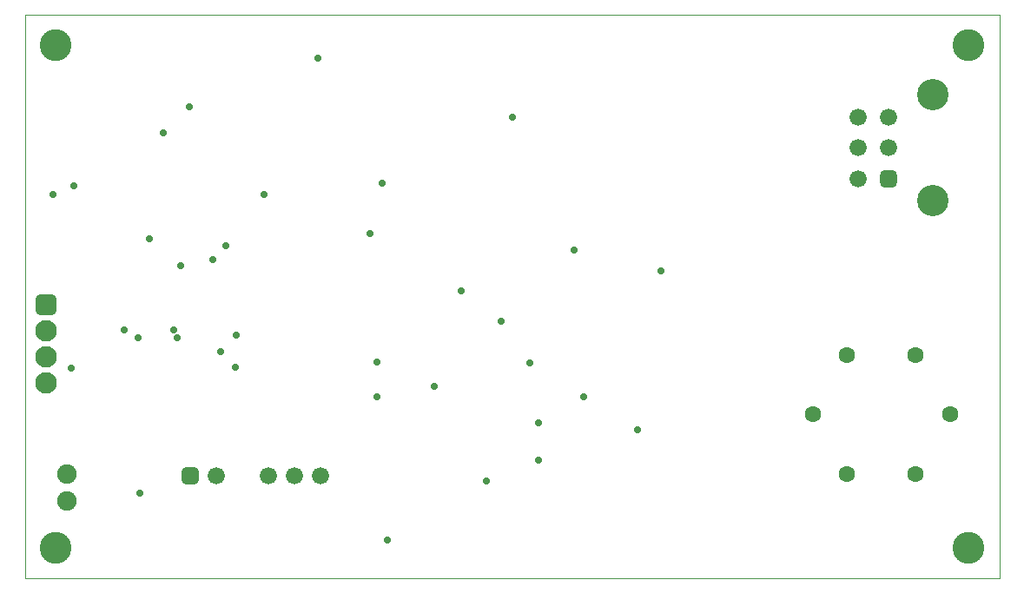
<source format=gbs>
G04*
G04 #@! TF.GenerationSoftware,Altium Limited,Altium Designer,24.0.1 (36)*
G04*
G04 Layer_Color=16711935*
%FSLAX44Y44*%
%MOMM*%
G71*
G04*
G04 #@! TF.SameCoordinates,83D3E5EA-02E8-40D7-8CE6-FF436373F7BA*
G04*
G04*
G04 #@! TF.FilePolarity,Negative*
G04*
G01*
G75*
%ADD10C,0.1000*%
%ADD27C,1.6000*%
%ADD28C,3.1000*%
G04:AMPARAMS|DCode=29|XSize=1.6724mm|YSize=1.6724mm|CornerRadius=0.4562mm|HoleSize=0mm|Usage=FLASHONLY|Rotation=270.000|XOffset=0mm|YOffset=0mm|HoleType=Round|Shape=RoundedRectangle|*
%AMROUNDEDRECTD29*
21,1,1.6724,0.7600,0,0,270.0*
21,1,0.7600,1.6724,0,0,270.0*
1,1,0.9124,-0.3800,-0.3800*
1,1,0.9124,-0.3800,0.3800*
1,1,0.9124,0.3800,0.3800*
1,1,0.9124,0.3800,-0.3800*
%
%ADD29ROUNDEDRECTD29*%
%ADD30C,1.6724*%
%ADD31C,3.0624*%
%ADD32C,1.9000*%
G04:AMPARAMS|DCode=33|XSize=2.1mm|YSize=2.1mm|CornerRadius=0.55mm|HoleSize=0mm|Usage=FLASHONLY|Rotation=270.000|XOffset=0mm|YOffset=0mm|HoleType=Round|Shape=RoundedRectangle|*
%AMROUNDEDRECTD33*
21,1,2.1000,1.0000,0,0,270.0*
21,1,1.0000,2.1000,0,0,270.0*
1,1,1.1000,-0.5000,-0.5000*
1,1,1.1000,-0.5000,0.5000*
1,1,1.1000,0.5000,0.5000*
1,1,1.1000,0.5000,-0.5000*
%
%ADD33ROUNDEDRECTD33*%
%ADD34C,2.1000*%
%ADD35C,1.6750*%
G04:AMPARAMS|DCode=36|XSize=1.675mm|YSize=1.675mm|CornerRadius=0.4438mm|HoleSize=0mm|Usage=FLASHONLY|Rotation=0.000|XOffset=0mm|YOffset=0mm|HoleType=Round|Shape=RoundedRectangle|*
%AMROUNDEDRECTD36*
21,1,1.6750,0.7875,0,0,0.0*
21,1,0.7875,1.6750,0,0,0.0*
1,1,0.8875,0.3938,-0.3938*
1,1,0.8875,-0.3938,-0.3938*
1,1,0.8875,-0.3938,0.3938*
1,1,0.8875,0.3938,0.3938*
%
%ADD36ROUNDEDRECTD36*%
%ADD37C,0.7000*%
D10*
X0Y0D02*
X950000D01*
X0Y550000D02*
X950000D01*
Y0D02*
Y550000D01*
X0Y0D02*
Y550000D01*
D27*
X868500Y101976D02*
D03*
X801500D02*
D03*
X868500Y218024D02*
D03*
X902000Y160000D02*
D03*
X801500Y218024D02*
D03*
X768000Y160000D02*
D03*
D28*
X30000Y520000D02*
D03*
X920000D02*
D03*
Y30000D02*
D03*
X30000D02*
D03*
D29*
X842000Y390000D02*
D03*
D30*
Y420000D02*
D03*
Y450000D02*
D03*
X812000Y390000D02*
D03*
Y420000D02*
D03*
Y450000D02*
D03*
D31*
X885200Y368500D02*
D03*
Y471500D02*
D03*
D32*
X40575Y101753D02*
D03*
Y75753D02*
D03*
D33*
X21000Y266800D02*
D03*
D34*
Y190600D02*
D03*
Y216000D02*
D03*
Y241400D02*
D03*
D35*
X287800Y99780D02*
D03*
X262400D02*
D03*
X237000D02*
D03*
X186200D02*
D03*
D36*
X160800D02*
D03*
D37*
X336570Y336417D02*
D03*
X597500Y145000D02*
D03*
X620000Y300000D02*
D03*
X343000Y177000D02*
D03*
Y211000D02*
D03*
X27000Y374000D02*
D03*
X45000Y205000D02*
D03*
X97000Y242000D02*
D03*
X464142Y250858D02*
D03*
X492057Y209756D02*
D03*
X544837Y176837D02*
D03*
X501000Y115000D02*
D03*
X285620Y506937D02*
D03*
X160000Y460000D02*
D03*
X135000Y434234D02*
D03*
X196000Y324000D02*
D03*
X183000Y310929D02*
D03*
X500688Y151688D02*
D03*
X205000Y205979D02*
D03*
X148383Y234750D02*
D03*
X152000Y305000D02*
D03*
X145000Y242000D02*
D03*
X110173Y235000D02*
D03*
X112000Y83000D02*
D03*
X121000Y331000D02*
D03*
X233397Y374096D02*
D03*
X47667Y382695D02*
D03*
X425000Y280000D02*
D03*
X348000Y385000D02*
D03*
X399000Y187000D02*
D03*
X450000Y95000D02*
D03*
X353000Y37000D02*
D03*
X535000Y320000D02*
D03*
X475000Y450000D02*
D03*
X191000Y221000D02*
D03*
X206000Y237000D02*
D03*
M02*

</source>
